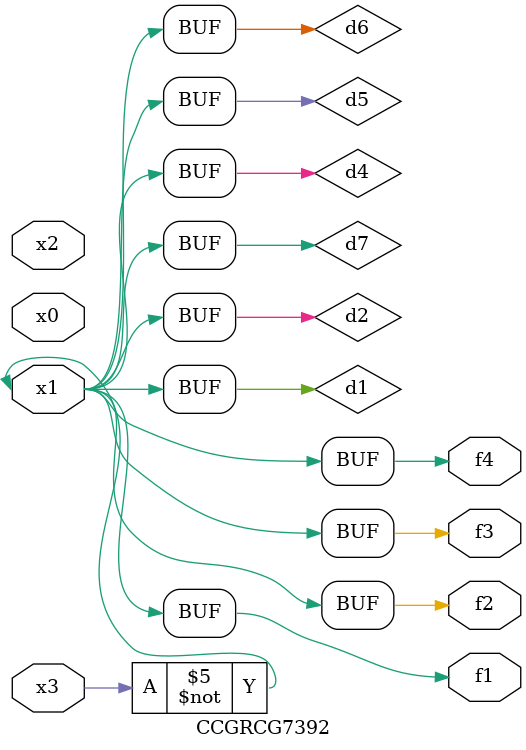
<source format=v>
module CCGRCG7392(
	input x0, x1, x2, x3,
	output f1, f2, f3, f4
);

	wire d1, d2, d3, d4, d5, d6, d7;

	not (d1, x3);
	buf (d2, x1);
	xnor (d3, d1, d2);
	nor (d4, d1);
	buf (d5, d1, d2);
	buf (d6, d4, d5);
	nand (d7, d4);
	assign f1 = d6;
	assign f2 = d7;
	assign f3 = d6;
	assign f4 = d6;
endmodule

</source>
